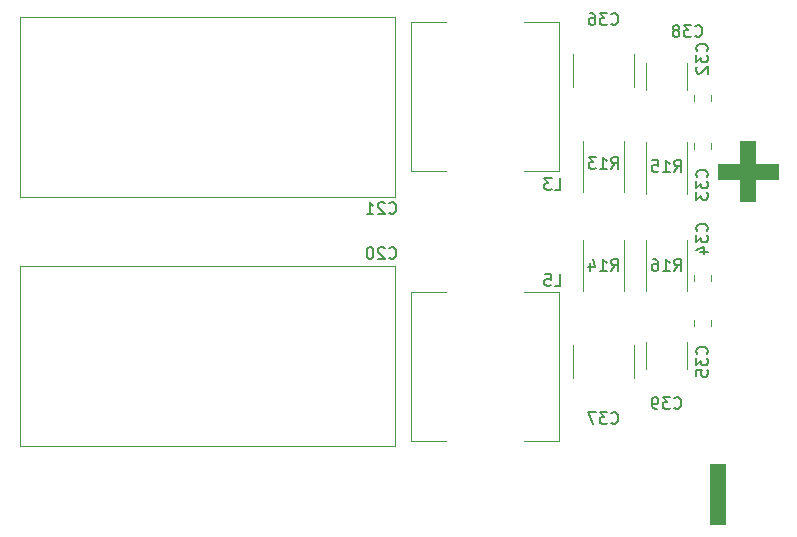
<source format=gbr>
%TF.GenerationSoftware,KiCad,Pcbnew,(5.1.9)-1*%
%TF.CreationDate,2021-11-06T22:46:36-05:00*%
%TF.ProjectId,Discrete_Channel,44697363-7265-4746-955f-4368616e6e65,rev?*%
%TF.SameCoordinates,Original*%
%TF.FileFunction,Legend,Bot*%
%TF.FilePolarity,Positive*%
%FSLAX46Y46*%
G04 Gerber Fmt 4.6, Leading zero omitted, Abs format (unit mm)*
G04 Created by KiCad (PCBNEW (5.1.9)-1) date 2021-11-06 22:46:36*
%MOMM*%
%LPD*%
G01*
G04 APERTURE LIST*
%ADD10C,0.100000*%
%ADD11C,0.120000*%
%ADD12C,0.150000*%
G04 APERTURE END LIST*
D10*
G36*
X190500000Y-93980000D02*
G01*
X185420000Y-93980000D01*
X185420000Y-92710000D01*
X190500000Y-92710000D01*
X190500000Y-93980000D01*
G37*
X190500000Y-93980000D02*
X185420000Y-93980000D01*
X185420000Y-92710000D01*
X190500000Y-92710000D01*
X190500000Y-93980000D01*
G36*
X188595000Y-95885000D02*
G01*
X187325000Y-95885000D01*
X187325000Y-90805000D01*
X188595000Y-90805000D01*
X188595000Y-95885000D01*
G37*
X188595000Y-95885000D02*
X187325000Y-95885000D01*
X187325000Y-90805000D01*
X188595000Y-90805000D01*
X188595000Y-95885000D01*
G36*
X186055000Y-123190000D02*
G01*
X184785000Y-123190000D01*
X184785000Y-118110000D01*
X186055000Y-118110000D01*
X186055000Y-123190000D01*
G37*
X186055000Y-123190000D02*
X184785000Y-123190000D01*
X184785000Y-118110000D01*
X186055000Y-118110000D01*
X186055000Y-123190000D01*
D11*
%TO.C,C32*%
X183415000Y-86860748D02*
X183415000Y-87383252D01*
X184885000Y-86860748D02*
X184885000Y-87383252D01*
%TO.C,C33*%
X183415000Y-90924748D02*
X183415000Y-91447252D01*
X184885000Y-90924748D02*
X184885000Y-91447252D01*
%TO.C,C34*%
X184885000Y-102100748D02*
X184885000Y-102623252D01*
X183415000Y-102100748D02*
X183415000Y-102623252D01*
%TO.C,C35*%
X183415000Y-105910748D02*
X183415000Y-106433252D01*
X184885000Y-105910748D02*
X184885000Y-106433252D01*
%TO.C,C38*%
X179392000Y-84182748D02*
X179392000Y-86505252D01*
X182812000Y-84182748D02*
X182812000Y-86505252D01*
%TO.C,C39*%
X182812000Y-107804748D02*
X182812000Y-110127252D01*
X179392000Y-107804748D02*
X179392000Y-110127252D01*
%TO.C,L3*%
X172035000Y-80695000D02*
X169035000Y-80695000D01*
X172035000Y-93295000D02*
X172035000Y-80695000D01*
X169035000Y-93295000D02*
X172035000Y-93295000D01*
X159435000Y-93295000D02*
X162435000Y-93295000D01*
X159435000Y-80695000D02*
X159435000Y-93295000D01*
X162435000Y-80695000D02*
X159435000Y-80695000D01*
%TO.C,L5*%
X159435000Y-116155000D02*
X162435000Y-116155000D01*
X159435000Y-103555000D02*
X159435000Y-116155000D01*
X162435000Y-103555000D02*
X159435000Y-103555000D01*
X172035000Y-103555000D02*
X169035000Y-103555000D01*
X172035000Y-116155000D02*
X172035000Y-103555000D01*
X169035000Y-116155000D02*
X172035000Y-116155000D01*
%TO.C,C20*%
X158076000Y-101346000D02*
X126336000Y-101346000D01*
X158076000Y-116586000D02*
X126336000Y-116586000D01*
X158076000Y-101346000D02*
X158076000Y-116586000D01*
X126336000Y-101346000D02*
X126336000Y-116586000D01*
%TO.C,C21*%
X126336000Y-80264000D02*
X126336000Y-95504000D01*
X158076000Y-80264000D02*
X158076000Y-95504000D01*
X158076000Y-95504000D02*
X126336000Y-95504000D01*
X158076000Y-80264000D02*
X126336000Y-80264000D01*
%TO.C,C36*%
X173158000Y-83420252D02*
X173158000Y-86251748D01*
X178378000Y-83420252D02*
X178378000Y-86251748D01*
%TO.C,C37*%
X178378000Y-108058252D02*
X178378000Y-110889748D01*
X173158000Y-108058252D02*
X173158000Y-110889748D01*
%TO.C,R13*%
X177478000Y-90770936D02*
X177478000Y-95125064D01*
X174058000Y-90770936D02*
X174058000Y-95125064D01*
%TO.C,R14*%
X174058000Y-99168936D02*
X174058000Y-103523064D01*
X177478000Y-99168936D02*
X177478000Y-103523064D01*
%TO.C,R15*%
X182812000Y-95252064D02*
X182812000Y-90897936D01*
X179392000Y-95252064D02*
X179392000Y-90897936D01*
%TO.C,R16*%
X179392000Y-103525064D02*
X179392000Y-99170936D01*
X182812000Y-103525064D02*
X182812000Y-99170936D01*
%TO.C,C32*%
D12*
X184507142Y-83177142D02*
X184554761Y-83129523D01*
X184602380Y-82986666D01*
X184602380Y-82891428D01*
X184554761Y-82748571D01*
X184459523Y-82653333D01*
X184364285Y-82605714D01*
X184173809Y-82558095D01*
X184030952Y-82558095D01*
X183840476Y-82605714D01*
X183745238Y-82653333D01*
X183650000Y-82748571D01*
X183602380Y-82891428D01*
X183602380Y-82986666D01*
X183650000Y-83129523D01*
X183697619Y-83177142D01*
X183602380Y-83510476D02*
X183602380Y-84129523D01*
X183983333Y-83796190D01*
X183983333Y-83939047D01*
X184030952Y-84034285D01*
X184078571Y-84081904D01*
X184173809Y-84129523D01*
X184411904Y-84129523D01*
X184507142Y-84081904D01*
X184554761Y-84034285D01*
X184602380Y-83939047D01*
X184602380Y-83653333D01*
X184554761Y-83558095D01*
X184507142Y-83510476D01*
X183697619Y-84510476D02*
X183650000Y-84558095D01*
X183602380Y-84653333D01*
X183602380Y-84891428D01*
X183650000Y-84986666D01*
X183697619Y-85034285D01*
X183792857Y-85081904D01*
X183888095Y-85081904D01*
X184030952Y-85034285D01*
X184602380Y-84462857D01*
X184602380Y-85081904D01*
%TO.C,C33*%
X184507142Y-93845142D02*
X184554761Y-93797523D01*
X184602380Y-93654666D01*
X184602380Y-93559428D01*
X184554761Y-93416571D01*
X184459523Y-93321333D01*
X184364285Y-93273714D01*
X184173809Y-93226095D01*
X184030952Y-93226095D01*
X183840476Y-93273714D01*
X183745238Y-93321333D01*
X183650000Y-93416571D01*
X183602380Y-93559428D01*
X183602380Y-93654666D01*
X183650000Y-93797523D01*
X183697619Y-93845142D01*
X183602380Y-94178476D02*
X183602380Y-94797523D01*
X183983333Y-94464190D01*
X183983333Y-94607047D01*
X184030952Y-94702285D01*
X184078571Y-94749904D01*
X184173809Y-94797523D01*
X184411904Y-94797523D01*
X184507142Y-94749904D01*
X184554761Y-94702285D01*
X184602380Y-94607047D01*
X184602380Y-94321333D01*
X184554761Y-94226095D01*
X184507142Y-94178476D01*
X183602380Y-95130857D02*
X183602380Y-95749904D01*
X183983333Y-95416571D01*
X183983333Y-95559428D01*
X184030952Y-95654666D01*
X184078571Y-95702285D01*
X184173809Y-95749904D01*
X184411904Y-95749904D01*
X184507142Y-95702285D01*
X184554761Y-95654666D01*
X184602380Y-95559428D01*
X184602380Y-95273714D01*
X184554761Y-95178476D01*
X184507142Y-95130857D01*
%TO.C,C34*%
X184507142Y-98417142D02*
X184554761Y-98369523D01*
X184602380Y-98226666D01*
X184602380Y-98131428D01*
X184554761Y-97988571D01*
X184459523Y-97893333D01*
X184364285Y-97845714D01*
X184173809Y-97798095D01*
X184030952Y-97798095D01*
X183840476Y-97845714D01*
X183745238Y-97893333D01*
X183650000Y-97988571D01*
X183602380Y-98131428D01*
X183602380Y-98226666D01*
X183650000Y-98369523D01*
X183697619Y-98417142D01*
X183602380Y-98750476D02*
X183602380Y-99369523D01*
X183983333Y-99036190D01*
X183983333Y-99179047D01*
X184030952Y-99274285D01*
X184078571Y-99321904D01*
X184173809Y-99369523D01*
X184411904Y-99369523D01*
X184507142Y-99321904D01*
X184554761Y-99274285D01*
X184602380Y-99179047D01*
X184602380Y-98893333D01*
X184554761Y-98798095D01*
X184507142Y-98750476D01*
X183935714Y-100226666D02*
X184602380Y-100226666D01*
X183554761Y-99988571D02*
X184269047Y-99750476D01*
X184269047Y-100369523D01*
%TO.C,C35*%
X184507142Y-108831142D02*
X184554761Y-108783523D01*
X184602380Y-108640666D01*
X184602380Y-108545428D01*
X184554761Y-108402571D01*
X184459523Y-108307333D01*
X184364285Y-108259714D01*
X184173809Y-108212095D01*
X184030952Y-108212095D01*
X183840476Y-108259714D01*
X183745238Y-108307333D01*
X183650000Y-108402571D01*
X183602380Y-108545428D01*
X183602380Y-108640666D01*
X183650000Y-108783523D01*
X183697619Y-108831142D01*
X183602380Y-109164476D02*
X183602380Y-109783523D01*
X183983333Y-109450190D01*
X183983333Y-109593047D01*
X184030952Y-109688285D01*
X184078571Y-109735904D01*
X184173809Y-109783523D01*
X184411904Y-109783523D01*
X184507142Y-109735904D01*
X184554761Y-109688285D01*
X184602380Y-109593047D01*
X184602380Y-109307333D01*
X184554761Y-109212095D01*
X184507142Y-109164476D01*
X183602380Y-110688285D02*
X183602380Y-110212095D01*
X184078571Y-110164476D01*
X184030952Y-110212095D01*
X183983333Y-110307333D01*
X183983333Y-110545428D01*
X184030952Y-110640666D01*
X184078571Y-110688285D01*
X184173809Y-110735904D01*
X184411904Y-110735904D01*
X184507142Y-110688285D01*
X184554761Y-110640666D01*
X184602380Y-110545428D01*
X184602380Y-110307333D01*
X184554761Y-110212095D01*
X184507142Y-110164476D01*
%TO.C,C38*%
X183522857Y-81891142D02*
X183570476Y-81938761D01*
X183713333Y-81986380D01*
X183808571Y-81986380D01*
X183951428Y-81938761D01*
X184046666Y-81843523D01*
X184094285Y-81748285D01*
X184141904Y-81557809D01*
X184141904Y-81414952D01*
X184094285Y-81224476D01*
X184046666Y-81129238D01*
X183951428Y-81034000D01*
X183808571Y-80986380D01*
X183713333Y-80986380D01*
X183570476Y-81034000D01*
X183522857Y-81081619D01*
X183189523Y-80986380D02*
X182570476Y-80986380D01*
X182903809Y-81367333D01*
X182760952Y-81367333D01*
X182665714Y-81414952D01*
X182618095Y-81462571D01*
X182570476Y-81557809D01*
X182570476Y-81795904D01*
X182618095Y-81891142D01*
X182665714Y-81938761D01*
X182760952Y-81986380D01*
X183046666Y-81986380D01*
X183141904Y-81938761D01*
X183189523Y-81891142D01*
X181999047Y-81414952D02*
X182094285Y-81367333D01*
X182141904Y-81319714D01*
X182189523Y-81224476D01*
X182189523Y-81176857D01*
X182141904Y-81081619D01*
X182094285Y-81034000D01*
X181999047Y-80986380D01*
X181808571Y-80986380D01*
X181713333Y-81034000D01*
X181665714Y-81081619D01*
X181618095Y-81176857D01*
X181618095Y-81224476D01*
X181665714Y-81319714D01*
X181713333Y-81367333D01*
X181808571Y-81414952D01*
X181999047Y-81414952D01*
X182094285Y-81462571D01*
X182141904Y-81510190D01*
X182189523Y-81605428D01*
X182189523Y-81795904D01*
X182141904Y-81891142D01*
X182094285Y-81938761D01*
X181999047Y-81986380D01*
X181808571Y-81986380D01*
X181713333Y-81938761D01*
X181665714Y-81891142D01*
X181618095Y-81795904D01*
X181618095Y-81605428D01*
X181665714Y-81510190D01*
X181713333Y-81462571D01*
X181808571Y-81414952D01*
%TO.C,C39*%
X181744857Y-113387142D02*
X181792476Y-113434761D01*
X181935333Y-113482380D01*
X182030571Y-113482380D01*
X182173428Y-113434761D01*
X182268666Y-113339523D01*
X182316285Y-113244285D01*
X182363904Y-113053809D01*
X182363904Y-112910952D01*
X182316285Y-112720476D01*
X182268666Y-112625238D01*
X182173428Y-112530000D01*
X182030571Y-112482380D01*
X181935333Y-112482380D01*
X181792476Y-112530000D01*
X181744857Y-112577619D01*
X181411523Y-112482380D02*
X180792476Y-112482380D01*
X181125809Y-112863333D01*
X180982952Y-112863333D01*
X180887714Y-112910952D01*
X180840095Y-112958571D01*
X180792476Y-113053809D01*
X180792476Y-113291904D01*
X180840095Y-113387142D01*
X180887714Y-113434761D01*
X180982952Y-113482380D01*
X181268666Y-113482380D01*
X181363904Y-113434761D01*
X181411523Y-113387142D01*
X180316285Y-113482380D02*
X180125809Y-113482380D01*
X180030571Y-113434761D01*
X179982952Y-113387142D01*
X179887714Y-113244285D01*
X179840095Y-113053809D01*
X179840095Y-112672857D01*
X179887714Y-112577619D01*
X179935333Y-112530000D01*
X180030571Y-112482380D01*
X180221047Y-112482380D01*
X180316285Y-112530000D01*
X180363904Y-112577619D01*
X180411523Y-112672857D01*
X180411523Y-112910952D01*
X180363904Y-113006190D01*
X180316285Y-113053809D01*
X180221047Y-113101428D01*
X180030571Y-113101428D01*
X179935333Y-113053809D01*
X179887714Y-113006190D01*
X179840095Y-112910952D01*
%TO.C,L3*%
X171616666Y-94940380D02*
X172092857Y-94940380D01*
X172092857Y-93940380D01*
X171378571Y-93940380D02*
X170759523Y-93940380D01*
X171092857Y-94321333D01*
X170950000Y-94321333D01*
X170854761Y-94368952D01*
X170807142Y-94416571D01*
X170759523Y-94511809D01*
X170759523Y-94749904D01*
X170807142Y-94845142D01*
X170854761Y-94892761D01*
X170950000Y-94940380D01*
X171235714Y-94940380D01*
X171330952Y-94892761D01*
X171378571Y-94845142D01*
%TO.C,L5*%
X171616666Y-103068380D02*
X172092857Y-103068380D01*
X172092857Y-102068380D01*
X170807142Y-102068380D02*
X171283333Y-102068380D01*
X171330952Y-102544571D01*
X171283333Y-102496952D01*
X171188095Y-102449333D01*
X170950000Y-102449333D01*
X170854761Y-102496952D01*
X170807142Y-102544571D01*
X170759523Y-102639809D01*
X170759523Y-102877904D01*
X170807142Y-102973142D01*
X170854761Y-103020761D01*
X170950000Y-103068380D01*
X171188095Y-103068380D01*
X171283333Y-103020761D01*
X171330952Y-102973142D01*
%TO.C,C20*%
X157614857Y-100687142D02*
X157662476Y-100734761D01*
X157805333Y-100782380D01*
X157900571Y-100782380D01*
X158043428Y-100734761D01*
X158138666Y-100639523D01*
X158186285Y-100544285D01*
X158233904Y-100353809D01*
X158233904Y-100210952D01*
X158186285Y-100020476D01*
X158138666Y-99925238D01*
X158043428Y-99830000D01*
X157900571Y-99782380D01*
X157805333Y-99782380D01*
X157662476Y-99830000D01*
X157614857Y-99877619D01*
X157233904Y-99877619D02*
X157186285Y-99830000D01*
X157091047Y-99782380D01*
X156852952Y-99782380D01*
X156757714Y-99830000D01*
X156710095Y-99877619D01*
X156662476Y-99972857D01*
X156662476Y-100068095D01*
X156710095Y-100210952D01*
X157281523Y-100782380D01*
X156662476Y-100782380D01*
X156043428Y-99782380D02*
X155948190Y-99782380D01*
X155852952Y-99830000D01*
X155805333Y-99877619D01*
X155757714Y-99972857D01*
X155710095Y-100163333D01*
X155710095Y-100401428D01*
X155757714Y-100591904D01*
X155805333Y-100687142D01*
X155852952Y-100734761D01*
X155948190Y-100782380D01*
X156043428Y-100782380D01*
X156138666Y-100734761D01*
X156186285Y-100687142D01*
X156233904Y-100591904D01*
X156281523Y-100401428D01*
X156281523Y-100163333D01*
X156233904Y-99972857D01*
X156186285Y-99877619D01*
X156138666Y-99830000D01*
X156043428Y-99782380D01*
%TO.C,C21*%
X157614857Y-96877142D02*
X157662476Y-96924761D01*
X157805333Y-96972380D01*
X157900571Y-96972380D01*
X158043428Y-96924761D01*
X158138666Y-96829523D01*
X158186285Y-96734285D01*
X158233904Y-96543809D01*
X158233904Y-96400952D01*
X158186285Y-96210476D01*
X158138666Y-96115238D01*
X158043428Y-96020000D01*
X157900571Y-95972380D01*
X157805333Y-95972380D01*
X157662476Y-96020000D01*
X157614857Y-96067619D01*
X157233904Y-96067619D02*
X157186285Y-96020000D01*
X157091047Y-95972380D01*
X156852952Y-95972380D01*
X156757714Y-96020000D01*
X156710095Y-96067619D01*
X156662476Y-96162857D01*
X156662476Y-96258095D01*
X156710095Y-96400952D01*
X157281523Y-96972380D01*
X156662476Y-96972380D01*
X155710095Y-96972380D02*
X156281523Y-96972380D01*
X155995809Y-96972380D02*
X155995809Y-95972380D01*
X156091047Y-96115238D01*
X156186285Y-96210476D01*
X156281523Y-96258095D01*
%TO.C,C36*%
X176410857Y-80875142D02*
X176458476Y-80922761D01*
X176601333Y-80970380D01*
X176696571Y-80970380D01*
X176839428Y-80922761D01*
X176934666Y-80827523D01*
X176982285Y-80732285D01*
X177029904Y-80541809D01*
X177029904Y-80398952D01*
X176982285Y-80208476D01*
X176934666Y-80113238D01*
X176839428Y-80018000D01*
X176696571Y-79970380D01*
X176601333Y-79970380D01*
X176458476Y-80018000D01*
X176410857Y-80065619D01*
X176077523Y-79970380D02*
X175458476Y-79970380D01*
X175791809Y-80351333D01*
X175648952Y-80351333D01*
X175553714Y-80398952D01*
X175506095Y-80446571D01*
X175458476Y-80541809D01*
X175458476Y-80779904D01*
X175506095Y-80875142D01*
X175553714Y-80922761D01*
X175648952Y-80970380D01*
X175934666Y-80970380D01*
X176029904Y-80922761D01*
X176077523Y-80875142D01*
X174601333Y-79970380D02*
X174791809Y-79970380D01*
X174887047Y-80018000D01*
X174934666Y-80065619D01*
X175029904Y-80208476D01*
X175077523Y-80398952D01*
X175077523Y-80779904D01*
X175029904Y-80875142D01*
X174982285Y-80922761D01*
X174887047Y-80970380D01*
X174696571Y-80970380D01*
X174601333Y-80922761D01*
X174553714Y-80875142D01*
X174506095Y-80779904D01*
X174506095Y-80541809D01*
X174553714Y-80446571D01*
X174601333Y-80398952D01*
X174696571Y-80351333D01*
X174887047Y-80351333D01*
X174982285Y-80398952D01*
X175029904Y-80446571D01*
X175077523Y-80541809D01*
%TO.C,C37*%
X176410857Y-114657142D02*
X176458476Y-114704761D01*
X176601333Y-114752380D01*
X176696571Y-114752380D01*
X176839428Y-114704761D01*
X176934666Y-114609523D01*
X176982285Y-114514285D01*
X177029904Y-114323809D01*
X177029904Y-114180952D01*
X176982285Y-113990476D01*
X176934666Y-113895238D01*
X176839428Y-113800000D01*
X176696571Y-113752380D01*
X176601333Y-113752380D01*
X176458476Y-113800000D01*
X176410857Y-113847619D01*
X176077523Y-113752380D02*
X175458476Y-113752380D01*
X175791809Y-114133333D01*
X175648952Y-114133333D01*
X175553714Y-114180952D01*
X175506095Y-114228571D01*
X175458476Y-114323809D01*
X175458476Y-114561904D01*
X175506095Y-114657142D01*
X175553714Y-114704761D01*
X175648952Y-114752380D01*
X175934666Y-114752380D01*
X176029904Y-114704761D01*
X176077523Y-114657142D01*
X175125142Y-113752380D02*
X174458476Y-113752380D01*
X174887047Y-114752380D01*
%TO.C,R13*%
X176410857Y-93162380D02*
X176744190Y-92686190D01*
X176982285Y-93162380D02*
X176982285Y-92162380D01*
X176601333Y-92162380D01*
X176506095Y-92210000D01*
X176458476Y-92257619D01*
X176410857Y-92352857D01*
X176410857Y-92495714D01*
X176458476Y-92590952D01*
X176506095Y-92638571D01*
X176601333Y-92686190D01*
X176982285Y-92686190D01*
X175458476Y-93162380D02*
X176029904Y-93162380D01*
X175744190Y-93162380D02*
X175744190Y-92162380D01*
X175839428Y-92305238D01*
X175934666Y-92400476D01*
X176029904Y-92448095D01*
X175125142Y-92162380D02*
X174506095Y-92162380D01*
X174839428Y-92543333D01*
X174696571Y-92543333D01*
X174601333Y-92590952D01*
X174553714Y-92638571D01*
X174506095Y-92733809D01*
X174506095Y-92971904D01*
X174553714Y-93067142D01*
X174601333Y-93114761D01*
X174696571Y-93162380D01*
X174982285Y-93162380D01*
X175077523Y-93114761D01*
X175125142Y-93067142D01*
%TO.C,R14*%
X176410857Y-101798380D02*
X176744190Y-101322190D01*
X176982285Y-101798380D02*
X176982285Y-100798380D01*
X176601333Y-100798380D01*
X176506095Y-100846000D01*
X176458476Y-100893619D01*
X176410857Y-100988857D01*
X176410857Y-101131714D01*
X176458476Y-101226952D01*
X176506095Y-101274571D01*
X176601333Y-101322190D01*
X176982285Y-101322190D01*
X175458476Y-101798380D02*
X176029904Y-101798380D01*
X175744190Y-101798380D02*
X175744190Y-100798380D01*
X175839428Y-100941238D01*
X175934666Y-101036476D01*
X176029904Y-101084095D01*
X174601333Y-101131714D02*
X174601333Y-101798380D01*
X174839428Y-100750761D02*
X175077523Y-101465047D01*
X174458476Y-101465047D01*
%TO.C,R15*%
X181744857Y-93416380D02*
X182078190Y-92940190D01*
X182316285Y-93416380D02*
X182316285Y-92416380D01*
X181935333Y-92416380D01*
X181840095Y-92464000D01*
X181792476Y-92511619D01*
X181744857Y-92606857D01*
X181744857Y-92749714D01*
X181792476Y-92844952D01*
X181840095Y-92892571D01*
X181935333Y-92940190D01*
X182316285Y-92940190D01*
X180792476Y-93416380D02*
X181363904Y-93416380D01*
X181078190Y-93416380D02*
X181078190Y-92416380D01*
X181173428Y-92559238D01*
X181268666Y-92654476D01*
X181363904Y-92702095D01*
X179887714Y-92416380D02*
X180363904Y-92416380D01*
X180411523Y-92892571D01*
X180363904Y-92844952D01*
X180268666Y-92797333D01*
X180030571Y-92797333D01*
X179935333Y-92844952D01*
X179887714Y-92892571D01*
X179840095Y-92987809D01*
X179840095Y-93225904D01*
X179887714Y-93321142D01*
X179935333Y-93368761D01*
X180030571Y-93416380D01*
X180268666Y-93416380D01*
X180363904Y-93368761D01*
X180411523Y-93321142D01*
%TO.C,R16*%
X181744857Y-101800380D02*
X182078190Y-101324190D01*
X182316285Y-101800380D02*
X182316285Y-100800380D01*
X181935333Y-100800380D01*
X181840095Y-100848000D01*
X181792476Y-100895619D01*
X181744857Y-100990857D01*
X181744857Y-101133714D01*
X181792476Y-101228952D01*
X181840095Y-101276571D01*
X181935333Y-101324190D01*
X182316285Y-101324190D01*
X180792476Y-101800380D02*
X181363904Y-101800380D01*
X181078190Y-101800380D02*
X181078190Y-100800380D01*
X181173428Y-100943238D01*
X181268666Y-101038476D01*
X181363904Y-101086095D01*
X179935333Y-100800380D02*
X180125809Y-100800380D01*
X180221047Y-100848000D01*
X180268666Y-100895619D01*
X180363904Y-101038476D01*
X180411523Y-101228952D01*
X180411523Y-101609904D01*
X180363904Y-101705142D01*
X180316285Y-101752761D01*
X180221047Y-101800380D01*
X180030571Y-101800380D01*
X179935333Y-101752761D01*
X179887714Y-101705142D01*
X179840095Y-101609904D01*
X179840095Y-101371809D01*
X179887714Y-101276571D01*
X179935333Y-101228952D01*
X180030571Y-101181333D01*
X180221047Y-101181333D01*
X180316285Y-101228952D01*
X180363904Y-101276571D01*
X180411523Y-101371809D01*
%TD*%
M02*

</source>
